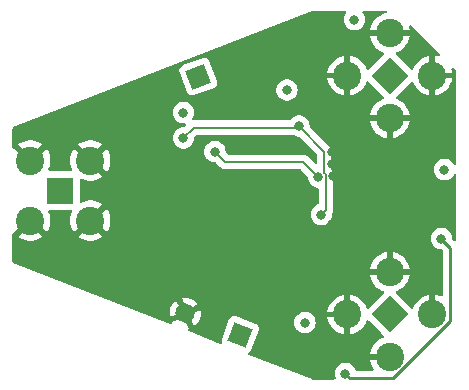
<source format=gbr>
%TF.GenerationSoftware,KiCad,Pcbnew,7.0.5*%
%TF.CreationDate,2023-11-04T19:56:55-04:00*%
%TF.ProjectId,Switch,53776974-6368-42e6-9b69-6361645f7063,rev?*%
%TF.SameCoordinates,Original*%
%TF.FileFunction,Copper,L4,Bot*%
%TF.FilePolarity,Positive*%
%FSLAX46Y46*%
G04 Gerber Fmt 4.6, Leading zero omitted, Abs format (unit mm)*
G04 Created by KiCad (PCBNEW 7.0.5) date 2023-11-04 19:56:55*
%MOMM*%
%LPD*%
G01*
G04 APERTURE LIST*
G04 Aperture macros list*
%AMRotRect*
0 Rectangle, with rotation*
0 The origin of the aperture is its center*
0 $1 length*
0 $2 width*
0 $3 Rotation angle, in degrees counterclockwise*
0 Add horizontal line*
21,1,$1,$2,0,0,$3*%
G04 Aperture macros list end*
%TA.AperFunction,ComponentPad*%
%ADD10RotRect,1.650000X1.650000X339.000000*%
%TD*%
%TA.AperFunction,ComponentPad*%
%ADD11C,1.650000*%
%TD*%
%TA.AperFunction,ComponentPad*%
%ADD12RotRect,2.250000X2.250000X45.000000*%
%TD*%
%TA.AperFunction,ComponentPad*%
%ADD13C,2.400000*%
%TD*%
%TA.AperFunction,ComponentPad*%
%ADD14RotRect,2.250000X2.250000X315.000000*%
%TD*%
%TA.AperFunction,ComponentPad*%
%ADD15RotRect,1.700000X1.700000X21.000000*%
%TD*%
%TA.AperFunction,ComponentPad*%
%ADD16R,2.250000X2.250000*%
%TD*%
%TA.AperFunction,ViaPad*%
%ADD17C,0.800000*%
%TD*%
%TA.AperFunction,Conductor*%
%ADD18C,0.250000*%
%TD*%
%TA.AperFunction,Conductor*%
%ADD19C,0.203200*%
%TD*%
G04 APERTURE END LIST*
D10*
%TO.P,J1,01,01*%
%TO.N,+3.3V*%
X156972000Y-94996000D03*
D11*
%TO.P,J1,02,02*%
%TO.N,GND*%
X152304098Y-93204160D03*
%TD*%
D12*
%TO.P,J3,1,1*%
%TO.N,LNA_INPUT*%
X169627525Y-73069476D03*
D13*
%TO.P,J3,2,2*%
%TO.N,GND*%
X166035423Y-73069476D03*
%TO.P,J3,3,3*%
X169627525Y-76661578D03*
%TO.P,J3,4,4*%
X173219627Y-73069476D03*
%TO.P,J3,5,5*%
X169627525Y-69477374D03*
%TD*%
D14*
%TO.P,J4,1,1*%
%TO.N,Power_Amp_Out*%
X169627525Y-93300525D03*
D13*
%TO.P,J4,2,2*%
%TO.N,GND*%
X169627525Y-89708423D03*
%TO.P,J4,3,3*%
X166035423Y-93300525D03*
%TO.P,J4,4,4*%
X169627525Y-96892627D03*
%TO.P,J4,5,5*%
X173219627Y-93300525D03*
%TD*%
D15*
%TO.P,J5,1,Pin_1*%
%TO.N,Net-(J5-Pin_1)*%
X153416000Y-73152000D03*
%TD*%
D16*
%TO.P,J2,1,1*%
%TO.N,Filter_output*%
X141732000Y-82804000D03*
D13*
%TO.P,J2,2,2*%
%TO.N,GND*%
X144272000Y-85344000D03*
%TO.P,J2,3,3*%
X144272000Y-80264000D03*
%TO.P,J2,4,4*%
X139192000Y-80264000D03*
%TO.P,J2,5,5*%
X139192000Y-85344000D03*
%TD*%
D17*
%TO.N,+3.3V*%
X173990000Y-86868000D03*
X152146000Y-76200000D03*
X160909000Y-74295000D03*
X165862000Y-98298000D03*
X174244000Y-81026000D03*
X162433000Y-93980000D03*
X166624000Y-68326000D03*
%TO.N,Net-(IC1-V1)*%
X154813000Y-79502000D03*
X163576000Y-81661000D03*
%TO.N,Net-(IC1-V2)*%
X152146000Y-78359000D03*
X163830000Y-84836000D03*
X161925000Y-77343000D03*
%TO.N,GND*%
X159385000Y-82042000D03*
X169164000Y-85852000D03*
X152908000Y-86614000D03*
X166116000Y-91186000D03*
X148590000Y-82042000D03*
X154178000Y-88900000D03*
X164719000Y-78486000D03*
X169164000Y-83312000D03*
X166751000Y-80391000D03*
X166751000Y-86106000D03*
X158496000Y-86868000D03*
X158242000Y-89408000D03*
X149860000Y-84582000D03*
X164719000Y-86741000D03*
X160528000Y-82042000D03*
X173228000Y-84836000D03*
X154178000Y-85344000D03*
X164719000Y-80518000D03*
X165354000Y-90424000D03*
X156464000Y-82042000D03*
X146785221Y-90451452D03*
X148971000Y-84963000D03*
X166878000Y-77343000D03*
X154940000Y-93472000D03*
X154813000Y-84582000D03*
X153924000Y-82042000D03*
X167005000Y-83312000D03*
X164592000Y-69088000D03*
X150114000Y-81915000D03*
X147574000Y-86487000D03*
X173228000Y-88900000D03*
X167386000Y-89789000D03*
X164719000Y-88011000D03*
X159258000Y-84582000D03*
X164846000Y-81534000D03*
X173736000Y-78740000D03*
X147193000Y-82169000D03*
X158242000Y-91694000D03*
X149860000Y-74168000D03*
X155194000Y-90678000D03*
X152400000Y-89916000D03*
X166751000Y-78359000D03*
X163068000Y-75692000D03*
X160274000Y-84582000D03*
X159566660Y-90396781D03*
X164719000Y-79502000D03*
X155321000Y-82042000D03*
X161671000Y-82042000D03*
X164719000Y-85598000D03*
X155956000Y-84582000D03*
X159258000Y-88392000D03*
X165227000Y-76200000D03*
X144697642Y-75664435D03*
X165989000Y-75311000D03*
X152527000Y-82042000D03*
X156464000Y-78486000D03*
X167513000Y-76454000D03*
X171704000Y-79756000D03*
X171196000Y-84328000D03*
X151257000Y-82042000D03*
X166751000Y-79375000D03*
X155942469Y-87049246D03*
X158242000Y-84582000D03*
X164846000Y-77216000D03*
X149860000Y-88392000D03*
X162052000Y-71628000D03*
X166751000Y-88646000D03*
X166751000Y-84963000D03*
X171196000Y-81788000D03*
X162511649Y-90903761D03*
X161544000Y-88265000D03*
X169164000Y-80772000D03*
X151003000Y-84582000D03*
X166751000Y-87376000D03*
X164719000Y-96774000D03*
X161036000Y-69596000D03*
X173228000Y-82296000D03*
X166751000Y-81534000D03*
X164846000Y-89281000D03*
X149606000Y-80391000D03*
X156718000Y-92202000D03*
X159258000Y-92964000D03*
X171196000Y-86868000D03*
X151511000Y-85344000D03*
X147828000Y-76708000D03*
X157099000Y-84582000D03*
X159004000Y-72136000D03*
X142748000Y-88900000D03*
%TD*%
D18*
%TO.N,+3.3V*%
X166245000Y-98681000D02*
X169892591Y-98681000D01*
X174752000Y-87630000D02*
X173990000Y-86868000D01*
X165862000Y-98298000D02*
X166245000Y-98681000D01*
X174752000Y-93821591D02*
X174752000Y-87630000D01*
X169892591Y-98681000D02*
X174752000Y-93821591D01*
D19*
%TO.N,Net-(IC1-V1)*%
X155702000Y-80391000D02*
X154813000Y-79502000D01*
X162306000Y-80391000D02*
X155702000Y-80391000D01*
X163576000Y-81661000D02*
X162306000Y-80391000D01*
%TO.N,Net-(IC1-V2)*%
X164084000Y-79502000D02*
X161925000Y-77343000D01*
X164204600Y-81400625D02*
X164084000Y-81280025D01*
X164204600Y-84461400D02*
X164204600Y-81400625D01*
X153028600Y-77476400D02*
X161791600Y-77476400D01*
X164084000Y-81280025D02*
X164084000Y-79502000D01*
X152146000Y-78359000D02*
X153028600Y-77476400D01*
X163830000Y-84836000D02*
X164204600Y-84461400D01*
%TD*%
%TA.AperFunction,Conductor*%
%TO.N,GND*%
G36*
X165886446Y-67584185D02*
G01*
X165932201Y-67636989D01*
X165942145Y-67706147D01*
X165913120Y-67769703D01*
X165911557Y-67771472D01*
X165891466Y-67793785D01*
X165796821Y-67957715D01*
X165796818Y-67957722D01*
X165782756Y-68001002D01*
X165738326Y-68137744D01*
X165718540Y-68326000D01*
X165738326Y-68514256D01*
X165738327Y-68514259D01*
X165796818Y-68694277D01*
X165796821Y-68694284D01*
X165891467Y-68858216D01*
X165992535Y-68970463D01*
X166018129Y-68998888D01*
X166171265Y-69110148D01*
X166171270Y-69110151D01*
X166344192Y-69187142D01*
X166344197Y-69187144D01*
X166529354Y-69226500D01*
X166529355Y-69226500D01*
X166718644Y-69226500D01*
X166718646Y-69226500D01*
X166903803Y-69187144D01*
X167076730Y-69110151D01*
X167229871Y-68998888D01*
X167356533Y-68858216D01*
X167451179Y-68694284D01*
X167509674Y-68514256D01*
X167529460Y-68326000D01*
X167509674Y-68137744D01*
X167451179Y-67957716D01*
X167356533Y-67793784D01*
X167336442Y-67771471D01*
X167306213Y-67708481D01*
X167314838Y-67639146D01*
X167359579Y-67585480D01*
X167426232Y-67564522D01*
X167428593Y-67564500D01*
X169257785Y-67564500D01*
X169324824Y-67584185D01*
X169370579Y-67636989D01*
X169380523Y-67706147D01*
X169351498Y-67769703D01*
X169292720Y-67807477D01*
X169276266Y-67811115D01*
X169248183Y-67815347D01*
X169248177Y-67815349D01*
X169004700Y-67890452D01*
X168775149Y-68000997D01*
X168775141Y-68001002D01*
X168564622Y-68144531D01*
X168377845Y-68317833D01*
X168218980Y-68517045D01*
X168091583Y-68737702D01*
X167998498Y-68974879D01*
X167998492Y-68974898D01*
X167941800Y-69223287D01*
X167941799Y-69223294D01*
X167941493Y-69227374D01*
X168867442Y-69227374D01*
X168842648Y-69298231D01*
X168822463Y-69477374D01*
X168842648Y-69656517D01*
X168867442Y-69727374D01*
X167941493Y-69727374D01*
X167941799Y-69731453D01*
X167941800Y-69731460D01*
X167998492Y-69979849D01*
X167998498Y-69979868D01*
X168091583Y-70217045D01*
X168091582Y-70217045D01*
X168218980Y-70437702D01*
X168377845Y-70636914D01*
X168564622Y-70810216D01*
X168775141Y-70953745D01*
X168775149Y-70953750D01*
X169004700Y-71064295D01*
X169059647Y-71081244D01*
X169117906Y-71119814D01*
X169146063Y-71183759D01*
X169135180Y-71252776D01*
X169110778Y-71287416D01*
X167845370Y-72552826D01*
X167784047Y-72586311D01*
X167714356Y-72581327D01*
X167658422Y-72539456D01*
X167642260Y-72510447D01*
X167571361Y-72329798D01*
X167443967Y-72109147D01*
X167285102Y-71909935D01*
X167098328Y-71736635D01*
X166887800Y-71593100D01*
X166887799Y-71593099D01*
X166658246Y-71482554D01*
X166658248Y-71482554D01*
X166414777Y-71407453D01*
X166414771Y-71407452D01*
X166285423Y-71387955D01*
X166285423Y-72309392D01*
X166214566Y-72284599D01*
X166080349Y-72269476D01*
X165990497Y-72269476D01*
X165856280Y-72284599D01*
X165785422Y-72309392D01*
X165785423Y-71387955D01*
X165656074Y-71407452D01*
X165656068Y-71407453D01*
X165412598Y-71482554D01*
X165183047Y-71593099D01*
X165183039Y-71593104D01*
X164972520Y-71736633D01*
X164785743Y-71909935D01*
X164626878Y-72109147D01*
X164499481Y-72329804D01*
X164406396Y-72566981D01*
X164406390Y-72567000D01*
X164349698Y-72815389D01*
X164349697Y-72815396D01*
X164349391Y-72819476D01*
X165275340Y-72819476D01*
X165250546Y-72890333D01*
X165230361Y-73069476D01*
X165250546Y-73248619D01*
X165275340Y-73319476D01*
X164349391Y-73319476D01*
X164349697Y-73323555D01*
X164349698Y-73323562D01*
X164406390Y-73571951D01*
X164406396Y-73571970D01*
X164499481Y-73809147D01*
X164499480Y-73809147D01*
X164626878Y-74029804D01*
X164785743Y-74229016D01*
X164972520Y-74402318D01*
X165183039Y-74545847D01*
X165183047Y-74545852D01*
X165412599Y-74656397D01*
X165412597Y-74656397D01*
X165656075Y-74731500D01*
X165656083Y-74731502D01*
X165785423Y-74750996D01*
X165785423Y-73829559D01*
X165856280Y-73854353D01*
X165990497Y-73869476D01*
X166080349Y-73869476D01*
X166214566Y-73854353D01*
X166285423Y-73829559D01*
X166285423Y-74750995D01*
X166414762Y-74731502D01*
X166414770Y-74731500D01*
X166658247Y-74656397D01*
X166887799Y-74545852D01*
X166887800Y-74545851D01*
X167098328Y-74402316D01*
X167285102Y-74229016D01*
X167443967Y-74029804D01*
X167571361Y-73809153D01*
X167642260Y-73628505D01*
X167685076Y-73573291D01*
X167750946Y-73549990D01*
X167818957Y-73566000D01*
X167845370Y-73586126D01*
X168185960Y-73926715D01*
X168805097Y-74545852D01*
X169110780Y-74851534D01*
X169144265Y-74912857D01*
X169139281Y-74982548D01*
X169097410Y-75038482D01*
X169059651Y-75057705D01*
X169004705Y-75074654D01*
X169004701Y-75074656D01*
X168775149Y-75185201D01*
X168775141Y-75185206D01*
X168564622Y-75328735D01*
X168377845Y-75502037D01*
X168218980Y-75701249D01*
X168091583Y-75921906D01*
X167998498Y-76159083D01*
X167998492Y-76159102D01*
X167941800Y-76407491D01*
X167941799Y-76407498D01*
X167941493Y-76411578D01*
X168867442Y-76411578D01*
X168842648Y-76482435D01*
X168822463Y-76661578D01*
X168842648Y-76840721D01*
X168867442Y-76911578D01*
X167941493Y-76911578D01*
X167941799Y-76915657D01*
X167941800Y-76915664D01*
X167998492Y-77164053D01*
X167998498Y-77164072D01*
X168091583Y-77401249D01*
X168091582Y-77401249D01*
X168218980Y-77621906D01*
X168377845Y-77821118D01*
X168564622Y-77994420D01*
X168775141Y-78137949D01*
X168775149Y-78137954D01*
X169004701Y-78248499D01*
X169004699Y-78248499D01*
X169248177Y-78323602D01*
X169248185Y-78323604D01*
X169377525Y-78343098D01*
X169377525Y-77421661D01*
X169448382Y-77446455D01*
X169582599Y-77461578D01*
X169672451Y-77461578D01*
X169806668Y-77446455D01*
X169877525Y-77421661D01*
X169877525Y-78343097D01*
X170006864Y-78323604D01*
X170006872Y-78323602D01*
X170250349Y-78248499D01*
X170479901Y-78137954D01*
X170479902Y-78137953D01*
X170690430Y-77994418D01*
X170877204Y-77821118D01*
X171036069Y-77621906D01*
X171163466Y-77401249D01*
X171256551Y-77164072D01*
X171256557Y-77164053D01*
X171313249Y-76915664D01*
X171313250Y-76915657D01*
X171313557Y-76911578D01*
X170387608Y-76911578D01*
X170412402Y-76840721D01*
X170432587Y-76661578D01*
X170412402Y-76482435D01*
X170387608Y-76411578D01*
X171313556Y-76411578D01*
X171313250Y-76407498D01*
X171313249Y-76407491D01*
X171256557Y-76159102D01*
X171256551Y-76159083D01*
X171163466Y-75921906D01*
X171163467Y-75921906D01*
X171036069Y-75701249D01*
X170877204Y-75502037D01*
X170690430Y-75328737D01*
X170479902Y-75185202D01*
X170479901Y-75185201D01*
X170250349Y-75074656D01*
X170195400Y-75057707D01*
X170137141Y-75019137D01*
X170108983Y-74955192D01*
X170119867Y-74886175D01*
X170144264Y-74851540D01*
X171409682Y-73586121D01*
X171471001Y-73552639D01*
X171540692Y-73557623D01*
X171596626Y-73599494D01*
X171612787Y-73628503D01*
X171683685Y-73809147D01*
X171683684Y-73809147D01*
X171811082Y-74029804D01*
X171969947Y-74229016D01*
X172156724Y-74402318D01*
X172367243Y-74545847D01*
X172367251Y-74545852D01*
X172596803Y-74656397D01*
X172596801Y-74656397D01*
X172840279Y-74731500D01*
X172840287Y-74731502D01*
X172969627Y-74750996D01*
X172969627Y-73829559D01*
X173040484Y-73854353D01*
X173174701Y-73869476D01*
X173264553Y-73869476D01*
X173398770Y-73854353D01*
X173469627Y-73829559D01*
X173469627Y-74750995D01*
X173598966Y-74731502D01*
X173598974Y-74731500D01*
X173842451Y-74656397D01*
X174072003Y-74545852D01*
X174072004Y-74545851D01*
X174282532Y-74402316D01*
X174469306Y-74229016D01*
X174628171Y-74029804D01*
X174755568Y-73809147D01*
X174848653Y-73571970D01*
X174848659Y-73571951D01*
X174905351Y-73323562D01*
X174905352Y-73323555D01*
X174905659Y-73319476D01*
X173979710Y-73319476D01*
X174004504Y-73248619D01*
X174024689Y-73069476D01*
X174004504Y-72890333D01*
X173979710Y-72819476D01*
X174905658Y-72819476D01*
X174905352Y-72815396D01*
X174905351Y-72815389D01*
X174848659Y-72567000D01*
X174847291Y-72562565D01*
X174849450Y-72561898D01*
X174844070Y-72501508D01*
X174876480Y-72439609D01*
X174937209Y-72405059D01*
X175006977Y-72408827D01*
X175053359Y-72438066D01*
X175223181Y-72607888D01*
X175256666Y-72669211D01*
X175259500Y-72695569D01*
X175259499Y-80521123D01*
X175239814Y-80588162D01*
X175187010Y-80633917D01*
X175117852Y-80643861D01*
X175054296Y-80614836D01*
X175028115Y-80583126D01*
X174976533Y-80493784D01*
X174849871Y-80353112D01*
X174849870Y-80353111D01*
X174696734Y-80241851D01*
X174696729Y-80241848D01*
X174523807Y-80164857D01*
X174523802Y-80164855D01*
X174378001Y-80133865D01*
X174338646Y-80125500D01*
X174149354Y-80125500D01*
X174116897Y-80132398D01*
X173964197Y-80164855D01*
X173964192Y-80164857D01*
X173791270Y-80241848D01*
X173791265Y-80241851D01*
X173638129Y-80353111D01*
X173511466Y-80493785D01*
X173416821Y-80657715D01*
X173416818Y-80657722D01*
X173375149Y-80785967D01*
X173358326Y-80837744D01*
X173338540Y-81026000D01*
X173358326Y-81214256D01*
X173358327Y-81214259D01*
X173416818Y-81394277D01*
X173416821Y-81394284D01*
X173511467Y-81558216D01*
X173638128Y-81698887D01*
X173638129Y-81698888D01*
X173791265Y-81810148D01*
X173791270Y-81810151D01*
X173964192Y-81887142D01*
X173964197Y-81887144D01*
X174149354Y-81926500D01*
X174149355Y-81926500D01*
X174338644Y-81926500D01*
X174338646Y-81926500D01*
X174523803Y-81887144D01*
X174696730Y-81810151D01*
X174849871Y-81698888D01*
X174976533Y-81558216D01*
X175028113Y-81468875D01*
X175078677Y-81420661D01*
X175147284Y-81407437D01*
X175212149Y-81433404D01*
X175252679Y-81490318D01*
X175259499Y-81530876D01*
X175259500Y-82803901D01*
X175259500Y-86953547D01*
X175239815Y-87020586D01*
X175187011Y-87066341D01*
X175117853Y-87076285D01*
X175054297Y-87047260D01*
X175047819Y-87041228D01*
X174928960Y-86922369D01*
X174895475Y-86861046D01*
X174893323Y-86847668D01*
X174875674Y-86679744D01*
X174817179Y-86499716D01*
X174722533Y-86335784D01*
X174595871Y-86195112D01*
X174595870Y-86195111D01*
X174442734Y-86083851D01*
X174442729Y-86083848D01*
X174269807Y-86006857D01*
X174269802Y-86006855D01*
X174124001Y-85975865D01*
X174084646Y-85967500D01*
X173895354Y-85967500D01*
X173867488Y-85973423D01*
X173710197Y-86006855D01*
X173710192Y-86006857D01*
X173537270Y-86083848D01*
X173537265Y-86083851D01*
X173384129Y-86195111D01*
X173257466Y-86335785D01*
X173162821Y-86499715D01*
X173162818Y-86499722D01*
X173104327Y-86679740D01*
X173104326Y-86679744D01*
X173084540Y-86868000D01*
X173104326Y-87056256D01*
X173104327Y-87056259D01*
X173162818Y-87236277D01*
X173162821Y-87236284D01*
X173257467Y-87400216D01*
X173349799Y-87502761D01*
X173384129Y-87540888D01*
X173537265Y-87652148D01*
X173537270Y-87652151D01*
X173710192Y-87729142D01*
X173710197Y-87729144D01*
X173895354Y-87768500D01*
X173954547Y-87768500D01*
X174021586Y-87788185D01*
X174042227Y-87804818D01*
X174090180Y-87852770D01*
X174123666Y-87914093D01*
X174126500Y-87940452D01*
X174126500Y-91653049D01*
X174106815Y-91720088D01*
X174054011Y-91765843D01*
X173984853Y-91775787D01*
X173948699Y-91764769D01*
X173842450Y-91713603D01*
X173842452Y-91713603D01*
X173598981Y-91638502D01*
X173598975Y-91638501D01*
X173469627Y-91619004D01*
X173469627Y-92540441D01*
X173398770Y-92515648D01*
X173264553Y-92500525D01*
X173174701Y-92500525D01*
X173040484Y-92515648D01*
X172969627Y-92540441D01*
X172969627Y-91619004D01*
X172840278Y-91638501D01*
X172840272Y-91638502D01*
X172596802Y-91713603D01*
X172367251Y-91824148D01*
X172367243Y-91824153D01*
X172156724Y-91967682D01*
X171969947Y-92140984D01*
X171811082Y-92340196D01*
X171683686Y-92560851D01*
X171612788Y-92741496D01*
X171569972Y-92796709D01*
X171504102Y-92820010D01*
X171436091Y-92803999D01*
X171409679Y-92783874D01*
X170499903Y-91874099D01*
X170144268Y-91518465D01*
X170110784Y-91457143D01*
X170115768Y-91387452D01*
X170157639Y-91331518D01*
X170195400Y-91312294D01*
X170250349Y-91295344D01*
X170479901Y-91184799D01*
X170479902Y-91184798D01*
X170690430Y-91041263D01*
X170877204Y-90867963D01*
X171036069Y-90668751D01*
X171163466Y-90448094D01*
X171256551Y-90210917D01*
X171256557Y-90210898D01*
X171313249Y-89962509D01*
X171313250Y-89962502D01*
X171313557Y-89958423D01*
X170387608Y-89958423D01*
X170412402Y-89887566D01*
X170432587Y-89708423D01*
X170412402Y-89529280D01*
X170387608Y-89458423D01*
X171313556Y-89458423D01*
X171313250Y-89454343D01*
X171313249Y-89454336D01*
X171256557Y-89205947D01*
X171256551Y-89205928D01*
X171163466Y-88968751D01*
X171163467Y-88968751D01*
X171036069Y-88748094D01*
X170877204Y-88548882D01*
X170690430Y-88375582D01*
X170479902Y-88232047D01*
X170479901Y-88232046D01*
X170250348Y-88121501D01*
X170250350Y-88121501D01*
X170006879Y-88046400D01*
X170006873Y-88046399D01*
X169877525Y-88026902D01*
X169877525Y-88948339D01*
X169806668Y-88923546D01*
X169672451Y-88908423D01*
X169582599Y-88908423D01*
X169448382Y-88923546D01*
X169377525Y-88948339D01*
X169377525Y-88026902D01*
X169248176Y-88046399D01*
X169248170Y-88046400D01*
X169004700Y-88121501D01*
X168775149Y-88232046D01*
X168775141Y-88232051D01*
X168564622Y-88375580D01*
X168377845Y-88548882D01*
X168218980Y-88748094D01*
X168091583Y-88968751D01*
X167998498Y-89205928D01*
X167998492Y-89205947D01*
X167941800Y-89454336D01*
X167941799Y-89454343D01*
X167941493Y-89458423D01*
X168867442Y-89458423D01*
X168842648Y-89529280D01*
X168822463Y-89708423D01*
X168842648Y-89887566D01*
X168867442Y-89958423D01*
X167941493Y-89958423D01*
X167941799Y-89962502D01*
X167941800Y-89962509D01*
X167998492Y-90210898D01*
X167998498Y-90210917D01*
X168091583Y-90448094D01*
X168091582Y-90448094D01*
X168218980Y-90668751D01*
X168377845Y-90867963D01*
X168564622Y-91041265D01*
X168775141Y-91184794D01*
X168775149Y-91184799D01*
X169004700Y-91295344D01*
X169059647Y-91312293D01*
X169117906Y-91350863D01*
X169146063Y-91414808D01*
X169135180Y-91483825D01*
X169110778Y-91518465D01*
X167845370Y-92783875D01*
X167784047Y-92817360D01*
X167714356Y-92812376D01*
X167658422Y-92770505D01*
X167642260Y-92741496D01*
X167571361Y-92560847D01*
X167443967Y-92340196D01*
X167285102Y-92140984D01*
X167098328Y-91967684D01*
X166887800Y-91824149D01*
X166887799Y-91824148D01*
X166658246Y-91713603D01*
X166658248Y-91713603D01*
X166414777Y-91638502D01*
X166414771Y-91638501D01*
X166285423Y-91619004D01*
X166285423Y-92540441D01*
X166214566Y-92515648D01*
X166080349Y-92500525D01*
X165990497Y-92500525D01*
X165856280Y-92515648D01*
X165785422Y-92540441D01*
X165785423Y-91619004D01*
X165656074Y-91638501D01*
X165656068Y-91638502D01*
X165412598Y-91713603D01*
X165183047Y-91824148D01*
X165183039Y-91824153D01*
X164972520Y-91967682D01*
X164785743Y-92140984D01*
X164626878Y-92340196D01*
X164499481Y-92560853D01*
X164406396Y-92798030D01*
X164406390Y-92798049D01*
X164349698Y-93046438D01*
X164349697Y-93046445D01*
X164349391Y-93050525D01*
X165275340Y-93050525D01*
X165250546Y-93121382D01*
X165230361Y-93300525D01*
X165250546Y-93479668D01*
X165275340Y-93550525D01*
X164349391Y-93550525D01*
X164349697Y-93554604D01*
X164349698Y-93554611D01*
X164406390Y-93803000D01*
X164406396Y-93803019D01*
X164499481Y-94040196D01*
X164499480Y-94040196D01*
X164626878Y-94260853D01*
X164785743Y-94460065D01*
X164972520Y-94633367D01*
X165183039Y-94776896D01*
X165183047Y-94776901D01*
X165412599Y-94887446D01*
X165412597Y-94887446D01*
X165656075Y-94962549D01*
X165656083Y-94962551D01*
X165785423Y-94982045D01*
X165785423Y-94060608D01*
X165856280Y-94085402D01*
X165990497Y-94100525D01*
X166080349Y-94100525D01*
X166214566Y-94085402D01*
X166285423Y-94060608D01*
X166285423Y-94982044D01*
X166414762Y-94962551D01*
X166414770Y-94962549D01*
X166658247Y-94887446D01*
X166887799Y-94776901D01*
X166887800Y-94776900D01*
X167098328Y-94633365D01*
X167285102Y-94460065D01*
X167443967Y-94260853D01*
X167571361Y-94040202D01*
X167642260Y-93859554D01*
X167685076Y-93804340D01*
X167750946Y-93781039D01*
X167818957Y-93797049D01*
X167845370Y-93817175D01*
X168170722Y-94142526D01*
X168869340Y-94841144D01*
X169110780Y-95082583D01*
X169144265Y-95143906D01*
X169139281Y-95213597D01*
X169097410Y-95269531D01*
X169059651Y-95288754D01*
X169004705Y-95305703D01*
X169004701Y-95305705D01*
X168775149Y-95416250D01*
X168775141Y-95416255D01*
X168564622Y-95559784D01*
X168377845Y-95733086D01*
X168218980Y-95932298D01*
X168091583Y-96152955D01*
X167998498Y-96390132D01*
X167998492Y-96390151D01*
X167941800Y-96638540D01*
X167941799Y-96638547D01*
X167941493Y-96642627D01*
X168867442Y-96642627D01*
X168842648Y-96713484D01*
X168822463Y-96892627D01*
X168842648Y-97071770D01*
X168867442Y-97142627D01*
X167941493Y-97142627D01*
X167941799Y-97146706D01*
X167941800Y-97146713D01*
X167998492Y-97395102D01*
X167998498Y-97395121D01*
X168091583Y-97632298D01*
X168091582Y-97632298D01*
X168218980Y-97852956D01*
X168219961Y-97854186D01*
X168220173Y-97854707D01*
X168221595Y-97856792D01*
X168221149Y-97857096D01*
X168246370Y-97918873D01*
X168233615Y-97987568D01*
X168185745Y-98038462D01*
X168123015Y-98055500D01*
X166820140Y-98055500D01*
X166753101Y-98035815D01*
X166707346Y-97983011D01*
X166702209Y-97969818D01*
X166689181Y-97929721D01*
X166689178Y-97929715D01*
X166594533Y-97765784D01*
X166467871Y-97625112D01*
X166467870Y-97625111D01*
X166314734Y-97513851D01*
X166314729Y-97513848D01*
X166141807Y-97436857D01*
X166141802Y-97436855D01*
X165996001Y-97405865D01*
X165956646Y-97397500D01*
X165767354Y-97397500D01*
X165734897Y-97404398D01*
X165582197Y-97436855D01*
X165582192Y-97436857D01*
X165409270Y-97513848D01*
X165409265Y-97513851D01*
X165256129Y-97625111D01*
X165129466Y-97765785D01*
X165034821Y-97929715D01*
X165034818Y-97929722D01*
X164993951Y-98055500D01*
X164976326Y-98109744D01*
X164956540Y-98298000D01*
X164976326Y-98486256D01*
X164976327Y-98486259D01*
X165027314Y-98643182D01*
X165029309Y-98713023D01*
X164993229Y-98772856D01*
X164930528Y-98803684D01*
X164909383Y-98805500D01*
X163091419Y-98805500D01*
X163046364Y-98797025D01*
X157715164Y-96717856D01*
X157659859Y-96675158D01*
X157636417Y-96609339D01*
X157652282Y-96541294D01*
X157694176Y-96497382D01*
X157774026Y-96447135D01*
X157869306Y-96339268D01*
X157896651Y-96285914D01*
X158522269Y-94656120D01*
X158537650Y-94598172D01*
X158539020Y-94454256D01*
X158499788Y-94315785D01*
X158499787Y-94315782D01*
X158423136Y-94193976D01*
X158423135Y-94193974D01*
X158315268Y-94098694D01*
X158315263Y-94098691D01*
X158315261Y-94098690D01*
X158261915Y-94071349D01*
X158261913Y-94071348D01*
X158023943Y-93980000D01*
X161527540Y-93980000D01*
X161547326Y-94168256D01*
X161547327Y-94168259D01*
X161605818Y-94348277D01*
X161605821Y-94348284D01*
X161700467Y-94512216D01*
X161795431Y-94617684D01*
X161827129Y-94652888D01*
X161980265Y-94764148D01*
X161980270Y-94764151D01*
X162153192Y-94841142D01*
X162153197Y-94841144D01*
X162338354Y-94880500D01*
X162338355Y-94880500D01*
X162527644Y-94880500D01*
X162527646Y-94880500D01*
X162712803Y-94841144D01*
X162885730Y-94764151D01*
X163038871Y-94652888D01*
X163165533Y-94512216D01*
X163260179Y-94348284D01*
X163318674Y-94168256D01*
X163338460Y-93980000D01*
X163318674Y-93791744D01*
X163260179Y-93611716D01*
X163165533Y-93447784D01*
X163038871Y-93307112D01*
X163029805Y-93300525D01*
X162885734Y-93195851D01*
X162885729Y-93195848D01*
X162712807Y-93118857D01*
X162712802Y-93118855D01*
X162567001Y-93087865D01*
X162527646Y-93079500D01*
X162338354Y-93079500D01*
X162305897Y-93086398D01*
X162153197Y-93118855D01*
X162153192Y-93118857D01*
X161980270Y-93195848D01*
X161980265Y-93195851D01*
X161827129Y-93307111D01*
X161700466Y-93447785D01*
X161605821Y-93611715D01*
X161605818Y-93611722D01*
X161548324Y-93788672D01*
X161547326Y-93791744D01*
X161527540Y-93980000D01*
X158023943Y-93980000D01*
X156632124Y-93445732D01*
X156621191Y-93442830D01*
X156574172Y-93430350D01*
X156574170Y-93430349D01*
X156574162Y-93430349D01*
X156430256Y-93428979D01*
X156291785Y-93468211D01*
X156291782Y-93468212D01*
X156169976Y-93544863D01*
X156169974Y-93544864D01*
X156169974Y-93544865D01*
X156161365Y-93554611D01*
X156074695Y-93652731D01*
X156074690Y-93652738D01*
X156047349Y-93706084D01*
X156047348Y-93706086D01*
X155421732Y-95335875D01*
X155406350Y-95393828D01*
X155406349Y-95393837D01*
X155404979Y-95537744D01*
X155425910Y-95611621D01*
X155425245Y-95681487D01*
X155386913Y-95739903D01*
X155323084Y-95768322D01*
X155261551Y-95760947D01*
X152608356Y-94726201D01*
X152553051Y-94683503D01*
X152529609Y-94617684D01*
X152545474Y-94549639D01*
X152595608Y-94500973D01*
X152604082Y-94497653D01*
X152605249Y-94495206D01*
X152319837Y-93854160D01*
X152344992Y-93854160D01*
X152467031Y-93838743D01*
X152619727Y-93778286D01*
X152752590Y-93681755D01*
X152777168Y-93652044D01*
X153061732Y-94291185D01*
X153159046Y-94223045D01*
X153322979Y-94059111D01*
X153455965Y-93869190D01*
X153553945Y-93659069D01*
X153553949Y-93659060D01*
X153613950Y-93435128D01*
X153613952Y-93435118D01*
X153634159Y-93204160D01*
X153634159Y-93204159D01*
X153613952Y-92973201D01*
X153613950Y-92973191D01*
X153595145Y-92903007D01*
X153595144Y-92903007D01*
X152954384Y-93188291D01*
X152947659Y-93081394D01*
X152896910Y-92925204D01*
X152808912Y-92786541D01*
X152750542Y-92731729D01*
X153391122Y-92446525D01*
X153322983Y-92349212D01*
X153159049Y-92185278D01*
X152969128Y-92052292D01*
X152759007Y-91954312D01*
X152758998Y-91954308D01*
X152535066Y-91894307D01*
X152535056Y-91894305D01*
X152304099Y-91874099D01*
X152304097Y-91874099D01*
X152073140Y-91894305D01*
X152073124Y-91894308D01*
X152002946Y-91913111D01*
X152002946Y-91913112D01*
X152288358Y-92554160D01*
X152263204Y-92554160D01*
X152141165Y-92569577D01*
X151988469Y-92630034D01*
X151855606Y-92726565D01*
X151831027Y-92756275D01*
X151546463Y-92117133D01*
X151449153Y-92185272D01*
X151449147Y-92185277D01*
X151285212Y-92349211D01*
X151152231Y-92539128D01*
X151152230Y-92539130D01*
X151054250Y-92749250D01*
X151054246Y-92749259D01*
X150994245Y-92973191D01*
X150994243Y-92973201D01*
X150974037Y-93204159D01*
X150974037Y-93204160D01*
X150994243Y-93435117D01*
X150994246Y-93435130D01*
X151013049Y-93505310D01*
X151653811Y-93220025D01*
X151660537Y-93326926D01*
X151711286Y-93483116D01*
X151799284Y-93621779D01*
X151857651Y-93676589D01*
X151217071Y-93961794D01*
X151212107Y-93979691D01*
X151218180Y-93997697D01*
X151201170Y-94065464D01*
X151150222Y-94113277D01*
X151081512Y-94125955D01*
X151049223Y-94118139D01*
X137747445Y-88930446D01*
X137692140Y-88887748D01*
X137668698Y-88821929D01*
X137668500Y-88814921D01*
X137668500Y-86479337D01*
X137688185Y-86412298D01*
X137740989Y-86366543D01*
X137799454Y-86355532D01*
X137825453Y-86356992D01*
X138475338Y-85707108D01*
X138562577Y-85845948D01*
X138690052Y-85973423D01*
X138828890Y-86060661D01*
X138178813Y-86710737D01*
X138339623Y-86820375D01*
X138339624Y-86820376D01*
X138569176Y-86930921D01*
X138569174Y-86930921D01*
X138812652Y-87006024D01*
X138812658Y-87006026D01*
X139064595Y-87043999D01*
X139064604Y-87044000D01*
X139319396Y-87044000D01*
X139319404Y-87043999D01*
X139571341Y-87006026D01*
X139571347Y-87006024D01*
X139814824Y-86930921D01*
X140044381Y-86820373D01*
X140205185Y-86710737D01*
X139555108Y-86060661D01*
X139693948Y-85973423D01*
X139821423Y-85845948D01*
X139908661Y-85707108D01*
X140558545Y-86356993D01*
X140600545Y-86304327D01*
X140727941Y-86083671D01*
X140821026Y-85846494D01*
X140821031Y-85846477D01*
X140877726Y-85598079D01*
X140896767Y-85344004D01*
X140896767Y-85343995D01*
X140877726Y-85089920D01*
X140821031Y-84841522D01*
X140821026Y-84841505D01*
X140726247Y-84600010D01*
X140728051Y-84599301D01*
X140718023Y-84538341D01*
X140745755Y-84474210D01*
X140803756Y-84435254D01*
X140841087Y-84429499D01*
X142622907Y-84429499D01*
X142689946Y-84449184D01*
X142735701Y-84501988D01*
X142745645Y-84571146D01*
X142736947Y-84599693D01*
X142737753Y-84600010D01*
X142642973Y-84841505D01*
X142642968Y-84841522D01*
X142586273Y-85089920D01*
X142567233Y-85343995D01*
X142567233Y-85344004D01*
X142586273Y-85598079D01*
X142642968Y-85846477D01*
X142642973Y-85846494D01*
X142736058Y-86083671D01*
X142736057Y-86083671D01*
X142863457Y-86304332D01*
X142905452Y-86356993D01*
X143555338Y-85707107D01*
X143642577Y-85845948D01*
X143770052Y-85973423D01*
X143908890Y-86060661D01*
X143258813Y-86710737D01*
X143419623Y-86820375D01*
X143419624Y-86820376D01*
X143649176Y-86930921D01*
X143649174Y-86930921D01*
X143892652Y-87006024D01*
X143892658Y-87006026D01*
X144144595Y-87043999D01*
X144144604Y-87044000D01*
X144399396Y-87044000D01*
X144399404Y-87043999D01*
X144651341Y-87006026D01*
X144651347Y-87006024D01*
X144894824Y-86930921D01*
X145124381Y-86820373D01*
X145285185Y-86710737D01*
X144635108Y-86060661D01*
X144773948Y-85973423D01*
X144901423Y-85845948D01*
X144988661Y-85707108D01*
X145638545Y-86356993D01*
X145680545Y-86304327D01*
X145807941Y-86083671D01*
X145901026Y-85846494D01*
X145901031Y-85846477D01*
X145957726Y-85598079D01*
X145976767Y-85344004D01*
X145976767Y-85343995D01*
X145957726Y-85089920D01*
X145901031Y-84841522D01*
X145901026Y-84841505D01*
X145807941Y-84604328D01*
X145807942Y-84604328D01*
X145680544Y-84383671D01*
X145638546Y-84331006D01*
X144988661Y-84980890D01*
X144901423Y-84842052D01*
X144773948Y-84714577D01*
X144635108Y-84627338D01*
X145285185Y-83977261D01*
X145124377Y-83867624D01*
X145124376Y-83867623D01*
X144894823Y-83757078D01*
X144894825Y-83757078D01*
X144651347Y-83681975D01*
X144651341Y-83681973D01*
X144399404Y-83644000D01*
X144144595Y-83644000D01*
X143892658Y-83681973D01*
X143892652Y-83681975D01*
X143649175Y-83757078D01*
X143535300Y-83811918D01*
X143466359Y-83823270D01*
X143402225Y-83795548D01*
X143363259Y-83737552D01*
X143357499Y-83700203D01*
X143357499Y-81907801D01*
X143377184Y-81840763D01*
X143429988Y-81795008D01*
X143499146Y-81785064D01*
X143535300Y-81796082D01*
X143649176Y-81850921D01*
X143649174Y-81850921D01*
X143892652Y-81926024D01*
X143892658Y-81926026D01*
X144144595Y-81963999D01*
X144144604Y-81964000D01*
X144399396Y-81964000D01*
X144399404Y-81963999D01*
X144651341Y-81926026D01*
X144651347Y-81926024D01*
X144894824Y-81850921D01*
X145124381Y-81740373D01*
X145285185Y-81630737D01*
X144635108Y-80980661D01*
X144773948Y-80893423D01*
X144901423Y-80765948D01*
X144988661Y-80627108D01*
X145638545Y-81276993D01*
X145680545Y-81224327D01*
X145807941Y-81003671D01*
X145901026Y-80766494D01*
X145901031Y-80766477D01*
X145957726Y-80518079D01*
X145976767Y-80264004D01*
X145976767Y-80263995D01*
X145957726Y-80009920D01*
X145901031Y-79761522D01*
X145901026Y-79761505D01*
X145807941Y-79524328D01*
X145807942Y-79524328D01*
X145680544Y-79303671D01*
X145638546Y-79251006D01*
X144988661Y-79900890D01*
X144901423Y-79762052D01*
X144773948Y-79634577D01*
X144635107Y-79547337D01*
X145285185Y-78897261D01*
X145124377Y-78787624D01*
X145124376Y-78787623D01*
X144894823Y-78677078D01*
X144894825Y-78677078D01*
X144651347Y-78601975D01*
X144651341Y-78601973D01*
X144399404Y-78564000D01*
X144144595Y-78564000D01*
X143892658Y-78601973D01*
X143892652Y-78601975D01*
X143649175Y-78677078D01*
X143419624Y-78787623D01*
X143419616Y-78787628D01*
X143258813Y-78897261D01*
X143908891Y-79547338D01*
X143770052Y-79634577D01*
X143642577Y-79762052D01*
X143555338Y-79900891D01*
X142905453Y-79251006D01*
X142863455Y-79303670D01*
X142736058Y-79524328D01*
X142642973Y-79761505D01*
X142642968Y-79761522D01*
X142586273Y-80009920D01*
X142567233Y-80263995D01*
X142567233Y-80264004D01*
X142586273Y-80518079D01*
X142642968Y-80766477D01*
X142642973Y-80766494D01*
X142737753Y-81007990D01*
X142735940Y-81008701D01*
X142745982Y-81069618D01*
X142718271Y-81133758D01*
X142660282Y-81172733D01*
X142622907Y-81178500D01*
X140841093Y-81178500D01*
X140774054Y-81158815D01*
X140728299Y-81106011D01*
X140718355Y-81036853D01*
X140727056Y-81008307D01*
X140726247Y-81007990D01*
X140821026Y-80766494D01*
X140821031Y-80766477D01*
X140877726Y-80518079D01*
X140896767Y-80264004D01*
X140896767Y-80263995D01*
X140877726Y-80009920D01*
X140821031Y-79761522D01*
X140821026Y-79761505D01*
X140727941Y-79524328D01*
X140727942Y-79524328D01*
X140600544Y-79303671D01*
X140558545Y-79251005D01*
X139908660Y-79900890D01*
X139821423Y-79762052D01*
X139693948Y-79634577D01*
X139555107Y-79547337D01*
X140205185Y-78897261D01*
X140044377Y-78787624D01*
X140044376Y-78787623D01*
X139814823Y-78677078D01*
X139814825Y-78677078D01*
X139571347Y-78601975D01*
X139571341Y-78601973D01*
X139319404Y-78564000D01*
X139064595Y-78564000D01*
X138812658Y-78601973D01*
X138812652Y-78601975D01*
X138569175Y-78677078D01*
X138339624Y-78787623D01*
X138339616Y-78787628D01*
X138178813Y-78897261D01*
X138828891Y-79547338D01*
X138690052Y-79634577D01*
X138562577Y-79762052D01*
X138475338Y-79900891D01*
X137825452Y-79251005D01*
X137799452Y-79252466D01*
X137731415Y-79236571D01*
X137682771Y-79186415D01*
X137668500Y-79128661D01*
X137668500Y-78359000D01*
X151240540Y-78359000D01*
X151260326Y-78547256D01*
X151260327Y-78547259D01*
X151318818Y-78727277D01*
X151318821Y-78727284D01*
X151413467Y-78891216D01*
X151484211Y-78969785D01*
X151540129Y-79031888D01*
X151693265Y-79143148D01*
X151693270Y-79143151D01*
X151866192Y-79220142D01*
X151866197Y-79220144D01*
X152051354Y-79259500D01*
X152051355Y-79259500D01*
X152240644Y-79259500D01*
X152240646Y-79259500D01*
X152425803Y-79220144D01*
X152598730Y-79143151D01*
X152751871Y-79031888D01*
X152878533Y-78891216D01*
X152973179Y-78727284D01*
X153031674Y-78547256D01*
X153051460Y-78359000D01*
X153051460Y-78358997D01*
X153051460Y-78356399D01*
X153051885Y-78354950D01*
X153052139Y-78352537D01*
X153052580Y-78352583D01*
X153071145Y-78289360D01*
X153087774Y-78268723D01*
X153241680Y-78114816D01*
X153303002Y-78081334D01*
X153329360Y-78078500D01*
X161365017Y-78078500D01*
X161432056Y-78098185D01*
X161437902Y-78102182D01*
X161472265Y-78127148D01*
X161472270Y-78127151D01*
X161645192Y-78204142D01*
X161645197Y-78204144D01*
X161830354Y-78243500D01*
X161922640Y-78243500D01*
X161989679Y-78263185D01*
X162010321Y-78279819D01*
X163445582Y-79715080D01*
X163479066Y-79776401D01*
X163481900Y-79802759D01*
X163481900Y-80416040D01*
X163462215Y-80483079D01*
X163409411Y-80528834D01*
X163340253Y-80538778D01*
X163276697Y-80509753D01*
X163270219Y-80503721D01*
X163030493Y-80263995D01*
X162762517Y-79996019D01*
X162757173Y-79989924D01*
X162750725Y-79981522D01*
X162735422Y-79961578D01*
X162735419Y-79961576D01*
X162735418Y-79961574D01*
X162703850Y-79937351D01*
X162668786Y-79910446D01*
X162609647Y-79865067D01*
X162609643Y-79865065D01*
X162609644Y-79865065D01*
X162463182Y-79804398D01*
X162461180Y-79804000D01*
X162459147Y-79803867D01*
X162394887Y-79795407D01*
X162341823Y-79788421D01*
X162314318Y-79784801D01*
X162306000Y-79783706D01*
X162305999Y-79783706D01*
X162305998Y-79783706D01*
X162270580Y-79788369D01*
X162262479Y-79788900D01*
X156002760Y-79788900D01*
X155935721Y-79769215D01*
X155915079Y-79752581D01*
X155754779Y-79592281D01*
X155721294Y-79530958D01*
X155718460Y-79504600D01*
X155718460Y-79502002D01*
X155718460Y-79501999D01*
X155698674Y-79313744D01*
X155640179Y-79133716D01*
X155545533Y-78969784D01*
X155418871Y-78829112D01*
X155418870Y-78829111D01*
X155265734Y-78717851D01*
X155265729Y-78717848D01*
X155092807Y-78640857D01*
X155092802Y-78640855D01*
X154947001Y-78609865D01*
X154907646Y-78601500D01*
X154718354Y-78601500D01*
X154685897Y-78608398D01*
X154533197Y-78640855D01*
X154533192Y-78640857D01*
X154360270Y-78717848D01*
X154360265Y-78717851D01*
X154207129Y-78829111D01*
X154080466Y-78969785D01*
X153985822Y-79133714D01*
X153985818Y-79133722D01*
X153944951Y-79259500D01*
X153927326Y-79313744D01*
X153907540Y-79502000D01*
X153927326Y-79690256D01*
X153927327Y-79690259D01*
X153985818Y-79870277D01*
X153985821Y-79870284D01*
X154080467Y-80034216D01*
X154162660Y-80125500D01*
X154207129Y-80174888D01*
X154360265Y-80286148D01*
X154360270Y-80286151D01*
X154533192Y-80363142D01*
X154533197Y-80363144D01*
X154718354Y-80402500D01*
X154810640Y-80402500D01*
X154877679Y-80422185D01*
X154898321Y-80438819D01*
X155245469Y-80785967D01*
X155250822Y-80792070D01*
X155272576Y-80820420D01*
X155272578Y-80820422D01*
X155303235Y-80843946D01*
X155303253Y-80843961D01*
X155398352Y-80916933D01*
X155459020Y-80942062D01*
X155544820Y-80977602D01*
X155623409Y-80987948D01*
X155701999Y-80998295D01*
X155702000Y-80998295D01*
X155737428Y-80993630D01*
X155745527Y-80993100D01*
X162005240Y-80993100D01*
X162072279Y-81012785D01*
X162092921Y-81029419D01*
X162634221Y-81570719D01*
X162667706Y-81632042D01*
X162670540Y-81658400D01*
X162670540Y-81660997D01*
X162670540Y-81661000D01*
X162690326Y-81849256D01*
X162690327Y-81849259D01*
X162748818Y-82029277D01*
X162748821Y-82029284D01*
X162843467Y-82193216D01*
X162970129Y-82333888D01*
X163123265Y-82445148D01*
X163123270Y-82445151D01*
X163296192Y-82522142D01*
X163296197Y-82522144D01*
X163481354Y-82561500D01*
X163481355Y-82561500D01*
X163487822Y-82562180D01*
X163487612Y-82564175D01*
X163545539Y-82581185D01*
X163591294Y-82633989D01*
X163602500Y-82685500D01*
X163602500Y-83871042D01*
X163582815Y-83938081D01*
X163530011Y-83983836D01*
X163528937Y-83984321D01*
X163377267Y-84051850D01*
X163377265Y-84051851D01*
X163224129Y-84163111D01*
X163097466Y-84303785D01*
X163002821Y-84467715D01*
X163002818Y-84467722D01*
X162944327Y-84647740D01*
X162944326Y-84647744D01*
X162924540Y-84836000D01*
X162944326Y-85024256D01*
X162944327Y-85024259D01*
X163002818Y-85204277D01*
X163002821Y-85204284D01*
X163097467Y-85368216D01*
X163224128Y-85508887D01*
X163224129Y-85508888D01*
X163377265Y-85620148D01*
X163377270Y-85620151D01*
X163550192Y-85697142D01*
X163550197Y-85697144D01*
X163735354Y-85736500D01*
X163735355Y-85736500D01*
X163924644Y-85736500D01*
X163924646Y-85736500D01*
X164109803Y-85697144D01*
X164282730Y-85620151D01*
X164435871Y-85508888D01*
X164562533Y-85368216D01*
X164657179Y-85204284D01*
X164715674Y-85024256D01*
X164735460Y-84836000D01*
X164731806Y-84801237D01*
X164740566Y-84740824D01*
X164751438Y-84714577D01*
X164791202Y-84618580D01*
X164806700Y-84500860D01*
X164806700Y-84500852D01*
X164811894Y-84461400D01*
X164807230Y-84425977D01*
X164806700Y-84417879D01*
X164806700Y-81444145D01*
X164807231Y-81436043D01*
X164807579Y-81433404D01*
X164811894Y-81400625D01*
X164811724Y-81399337D01*
X164811058Y-81394277D01*
X164806700Y-81361170D01*
X164806700Y-81361165D01*
X164791202Y-81243445D01*
X164730533Y-81096978D01*
X164730532Y-81096977D01*
X164730532Y-81096976D01*
X164717708Y-81080264D01*
X164711722Y-81072462D01*
X164686530Y-81007292D01*
X164686100Y-80996979D01*
X164686100Y-79545520D01*
X164686631Y-79537418D01*
X164687482Y-79530958D01*
X164691294Y-79502000D01*
X164686100Y-79462545D01*
X164686100Y-79462540D01*
X164670602Y-79344820D01*
X164609933Y-79198353D01*
X164600773Y-79186415D01*
X164560337Y-79133717D01*
X164560333Y-79133714D01*
X164556456Y-79128661D01*
X164537651Y-79104153D01*
X164537648Y-79104150D01*
X164513422Y-79072578D01*
X164494686Y-79058201D01*
X164485069Y-79050821D01*
X164478974Y-79045476D01*
X162866778Y-77433280D01*
X162833294Y-77371958D01*
X162830460Y-77345600D01*
X162830460Y-77343002D01*
X162827140Y-77311416D01*
X162810674Y-77154744D01*
X162752179Y-76974716D01*
X162657533Y-76810784D01*
X162530871Y-76670112D01*
X162519125Y-76661578D01*
X162377734Y-76558851D01*
X162377729Y-76558848D01*
X162204807Y-76481857D01*
X162204802Y-76481855D01*
X162059000Y-76450865D01*
X162019646Y-76442500D01*
X161830354Y-76442500D01*
X161797897Y-76449398D01*
X161645197Y-76481855D01*
X161645192Y-76481857D01*
X161472270Y-76558848D01*
X161472265Y-76558851D01*
X161319129Y-76670111D01*
X161192465Y-76810785D01*
X161192463Y-76810787D01*
X161191588Y-76812305D01*
X161190851Y-76813007D01*
X161188645Y-76816044D01*
X161188089Y-76815640D01*
X161141019Y-76860518D01*
X161084204Y-76874300D01*
X153072121Y-76874300D01*
X153064022Y-76873769D01*
X153043462Y-76871062D01*
X153028601Y-76869106D01*
X153020473Y-76869106D01*
X153020473Y-76867451D01*
X152960907Y-76858159D01*
X152908653Y-76811776D01*
X152889772Y-76744506D01*
X152906375Y-76683991D01*
X152973179Y-76568284D01*
X153031674Y-76388256D01*
X153051460Y-76200000D01*
X153031674Y-76011744D01*
X152973179Y-75831716D01*
X152878533Y-75667784D01*
X152751871Y-75527112D01*
X152751870Y-75527111D01*
X152598734Y-75415851D01*
X152598729Y-75415848D01*
X152425807Y-75338857D01*
X152425802Y-75338855D01*
X152280000Y-75307865D01*
X152240646Y-75299500D01*
X152051354Y-75299500D01*
X152018897Y-75306398D01*
X151866197Y-75338855D01*
X151866192Y-75338857D01*
X151693270Y-75415848D01*
X151693265Y-75415851D01*
X151540129Y-75527111D01*
X151413466Y-75667785D01*
X151318821Y-75831715D01*
X151318818Y-75831722D01*
X151304204Y-75876701D01*
X151260326Y-76011744D01*
X151240540Y-76200000D01*
X151260326Y-76388256D01*
X151260327Y-76388259D01*
X151318818Y-76568277D01*
X151318821Y-76568284D01*
X151413467Y-76732216D01*
X151536724Y-76869106D01*
X151540129Y-76872888D01*
X151693265Y-76984148D01*
X151693270Y-76984151D01*
X151866192Y-77061142D01*
X151866197Y-77061144D01*
X152051354Y-77100500D01*
X152051355Y-77100500D01*
X152240640Y-77100500D01*
X152240646Y-77100500D01*
X152240651Y-77100498D01*
X152241419Y-77100418D01*
X152241868Y-77100500D01*
X152247145Y-77100500D01*
X152247144Y-77101464D01*
X152310151Y-77112975D01*
X152361183Y-77160698D01*
X152378313Y-77228436D01*
X152356102Y-77294681D01*
X152342084Y-77311416D01*
X152231322Y-77422180D01*
X152169999Y-77455666D01*
X152143640Y-77458500D01*
X152051354Y-77458500D01*
X152018897Y-77465398D01*
X151866197Y-77497855D01*
X151866192Y-77497857D01*
X151693270Y-77574848D01*
X151693265Y-77574851D01*
X151540129Y-77686111D01*
X151413466Y-77826785D01*
X151318821Y-77990715D01*
X151318818Y-77990722D01*
X151270980Y-78137954D01*
X151260326Y-78170744D01*
X151240540Y-78359000D01*
X137668500Y-78359000D01*
X137668500Y-77555077D01*
X137688185Y-77488038D01*
X137740989Y-77442283D01*
X137747431Y-77439557D01*
X150167127Y-72595876D01*
X151816680Y-72595876D01*
X151817865Y-72720173D01*
X151818052Y-72739792D01*
X151833431Y-72797739D01*
X152203878Y-73762785D01*
X152476970Y-74474214D01*
X152481606Y-74483259D01*
X152504314Y-74527567D01*
X152599594Y-74635434D01*
X152643840Y-74663277D01*
X152721402Y-74712086D01*
X152721406Y-74712088D01*
X152773584Y-74726870D01*
X152859876Y-74751319D01*
X153003792Y-74749948D01*
X153061739Y-74734569D01*
X154206854Y-74295000D01*
X160003540Y-74295000D01*
X160023326Y-74483256D01*
X160023327Y-74483259D01*
X160081818Y-74663277D01*
X160081821Y-74663284D01*
X160176467Y-74827216D01*
X160303129Y-74967888D01*
X160456265Y-75079148D01*
X160456270Y-75079151D01*
X160629192Y-75156142D01*
X160629197Y-75156144D01*
X160814354Y-75195500D01*
X160814355Y-75195500D01*
X161003644Y-75195500D01*
X161003646Y-75195500D01*
X161188803Y-75156144D01*
X161361730Y-75079151D01*
X161514871Y-74967888D01*
X161641533Y-74827216D01*
X161736179Y-74663284D01*
X161794674Y-74483256D01*
X161814460Y-74295000D01*
X161794674Y-74106744D01*
X161736179Y-73926716D01*
X161641533Y-73762784D01*
X161514871Y-73622112D01*
X161483740Y-73599494D01*
X161361734Y-73510851D01*
X161361729Y-73510848D01*
X161188807Y-73433857D01*
X161188802Y-73433855D01*
X161043000Y-73402865D01*
X161003646Y-73394500D01*
X160814354Y-73394500D01*
X160781897Y-73401398D01*
X160629197Y-73433855D01*
X160629192Y-73433857D01*
X160456270Y-73510848D01*
X160456265Y-73510851D01*
X160303129Y-73622111D01*
X160176466Y-73762785D01*
X160081821Y-73926715D01*
X160081818Y-73926722D01*
X160048325Y-74029804D01*
X160023326Y-74106744D01*
X160003540Y-74295000D01*
X154206854Y-74295000D01*
X154738211Y-74091031D01*
X154791567Y-74063686D01*
X154899434Y-73968406D01*
X154976087Y-73846596D01*
X155015319Y-73708124D01*
X155013948Y-73564208D01*
X154998569Y-73506261D01*
X154355031Y-71829789D01*
X154327686Y-71776433D01*
X154232406Y-71668566D01*
X154232403Y-71668564D01*
X154110597Y-71591913D01*
X154110593Y-71591911D01*
X153972123Y-71552680D01*
X153828207Y-71554052D01*
X153770261Y-71569431D01*
X152093785Y-72212970D01*
X152040435Y-72240312D01*
X151932564Y-72335596D01*
X151855913Y-72457402D01*
X151855911Y-72457406D01*
X151816680Y-72595876D01*
X150167127Y-72595876D01*
X163046364Y-67572974D01*
X163091419Y-67564500D01*
X165819407Y-67564500D01*
X165886446Y-67584185D01*
G37*
%TD.AperFunction*%
%TA.AperFunction,Conductor*%
G36*
X171414720Y-68816671D02*
G01*
X171461257Y-68845965D01*
X173858218Y-71242925D01*
X173891703Y-71304248D01*
X173886719Y-71373940D01*
X173844847Y-71429873D01*
X173779383Y-71454290D01*
X173733987Y-71449097D01*
X173598981Y-71407453D01*
X173598975Y-71407452D01*
X173469627Y-71387955D01*
X173469627Y-72309392D01*
X173398770Y-72284599D01*
X173264553Y-72269476D01*
X173174701Y-72269476D01*
X173040484Y-72284599D01*
X172969627Y-72309392D01*
X172969627Y-71387955D01*
X172840278Y-71407452D01*
X172840272Y-71407453D01*
X172596802Y-71482554D01*
X172367251Y-71593099D01*
X172367243Y-71593104D01*
X172156724Y-71736633D01*
X171969947Y-71909935D01*
X171811082Y-72109147D01*
X171683686Y-72329802D01*
X171612788Y-72510447D01*
X171569972Y-72565660D01*
X171504102Y-72588961D01*
X171436091Y-72572950D01*
X171409679Y-72552825D01*
X170525417Y-71668564D01*
X170144268Y-71287416D01*
X170110784Y-71226094D01*
X170115768Y-71156403D01*
X170157639Y-71100469D01*
X170195400Y-71081245D01*
X170250349Y-71064295D01*
X170479901Y-70953750D01*
X170479902Y-70953749D01*
X170690430Y-70810214D01*
X170877204Y-70636914D01*
X171036069Y-70437702D01*
X171163466Y-70217045D01*
X171256551Y-69979868D01*
X171256557Y-69979849D01*
X171313249Y-69731460D01*
X171313250Y-69731453D01*
X171313557Y-69727374D01*
X170387608Y-69727374D01*
X170412402Y-69656517D01*
X170432587Y-69477374D01*
X170412402Y-69298231D01*
X170387608Y-69227374D01*
X171313556Y-69227374D01*
X171313250Y-69223294D01*
X171313249Y-69223287D01*
X171256557Y-68974898D01*
X171255189Y-68970463D01*
X171257381Y-68969786D01*
X171251936Y-68909568D01*
X171284263Y-68847627D01*
X171344947Y-68812996D01*
X171414720Y-68816671D01*
G37*
%TD.AperFunction*%
%TD*%
M02*

</source>
